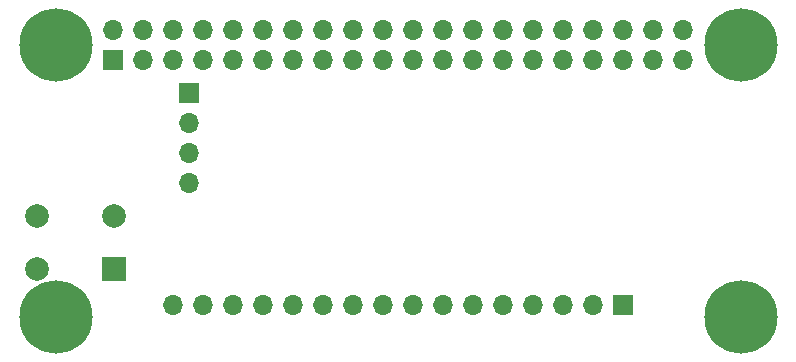
<source format=gbs>
G04 #@! TF.GenerationSoftware,KiCad,Pcbnew,(5.1.4)-1*
G04 #@! TF.CreationDate,2019-09-29T17:38:09-04:00*
G04 #@! TF.ProjectId,haptic-uhat,68617074-6963-42d7-9568-61742e6b6963,rev?*
G04 #@! TF.SameCoordinates,Original*
G04 #@! TF.FileFunction,Soldermask,Bot*
G04 #@! TF.FilePolarity,Negative*
%FSLAX46Y46*%
G04 Gerber Fmt 4.6, Leading zero omitted, Abs format (unit mm)*
G04 Created by KiCad (PCBNEW (5.1.4)-1) date 2019-09-29 17:38:09*
%MOMM*%
%LPD*%
G04 APERTURE LIST*
%ADD10C,6.200000*%
%ADD11R,1.700000X1.700000*%
%ADD12O,1.700000X1.700000*%
%ADD13R,2.000000X2.000000*%
%ADD14C,2.000000*%
G04 APERTURE END LIST*
D10*
X16000000Y-51000000D03*
X74000000Y-28000000D03*
X74000000Y-51000000D03*
X16000000Y-28000000D03*
D11*
X20870000Y-29270000D03*
D12*
X20870000Y-26730000D03*
X23410000Y-29270000D03*
X23410000Y-26730000D03*
X25950000Y-29270000D03*
X25950000Y-26730000D03*
X28490000Y-29270000D03*
X28490000Y-26730000D03*
X31030000Y-29270000D03*
X31030000Y-26730000D03*
X33570000Y-29270000D03*
X33570000Y-26730000D03*
X36110000Y-29270000D03*
X36110000Y-26730000D03*
X38650000Y-29270000D03*
X38650000Y-26730000D03*
X41190000Y-29270000D03*
X41190000Y-26730000D03*
X43730000Y-29270000D03*
X43730000Y-26730000D03*
X46270000Y-29270000D03*
X46270000Y-26730000D03*
X48810000Y-29270000D03*
X48810000Y-26730000D03*
X51350000Y-29270000D03*
X51350000Y-26730000D03*
X53890000Y-29270000D03*
X53890000Y-26730000D03*
X56430000Y-29270000D03*
X56430000Y-26730000D03*
X58970000Y-29270000D03*
X58970000Y-26730000D03*
X61510000Y-29270000D03*
X61510000Y-26730000D03*
X64050000Y-29270000D03*
X64050000Y-26730000D03*
X66590000Y-29270000D03*
X66590000Y-26730000D03*
X69130000Y-29270000D03*
X69130000Y-26730000D03*
D11*
X64000000Y-50000000D03*
D12*
X61460000Y-50000000D03*
X58920000Y-50000000D03*
X56380000Y-50000000D03*
X53840000Y-50000000D03*
X51300000Y-50000000D03*
X48760000Y-50000000D03*
X46220000Y-50000000D03*
X43680000Y-50000000D03*
X41140000Y-50000000D03*
X38600000Y-50000000D03*
X36060000Y-50000000D03*
X33520000Y-50000000D03*
X30980000Y-50000000D03*
X28440000Y-50000000D03*
X25900000Y-50000000D03*
D11*
X27305000Y-32067500D03*
D12*
X27305000Y-34607500D03*
X27305000Y-37147500D03*
X27305000Y-39687500D03*
D13*
X20953800Y-46979400D03*
D14*
X14453800Y-46979400D03*
X20953800Y-42479400D03*
X14453800Y-42479400D03*
M02*

</source>
